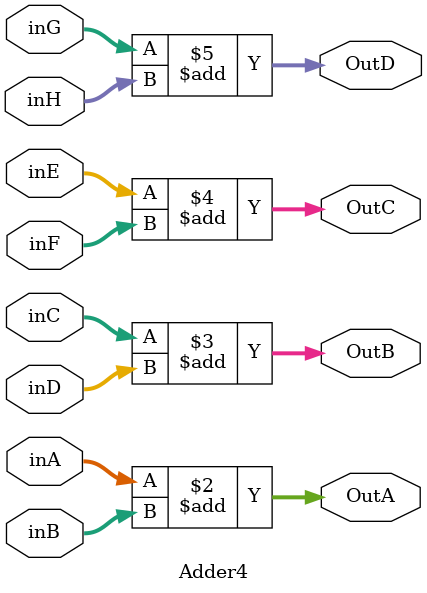
<source format=v>
`timescale 1ns / 1ps


module Adder4(
    input [13:0] inA,
    input [13:0] inB,
    input [13:0] inC,
    input [13:0] inD,
    input [13:0] inE,
    input [13:0] inF,
    input [13:0] inG,
    input [13:0] inH,
    output reg [13:0] OutA,
    output reg [13:0] OutB,
    output reg [13:0] OutC,
    output reg [13:0] OutD
);
    
    always @(*)begin
        OutA <= inA + inB;
        OutB <= inC + inD;
        OutC <= inE + inF;
        OutD <= inG + inH;
    end
    
endmodule
</source>
